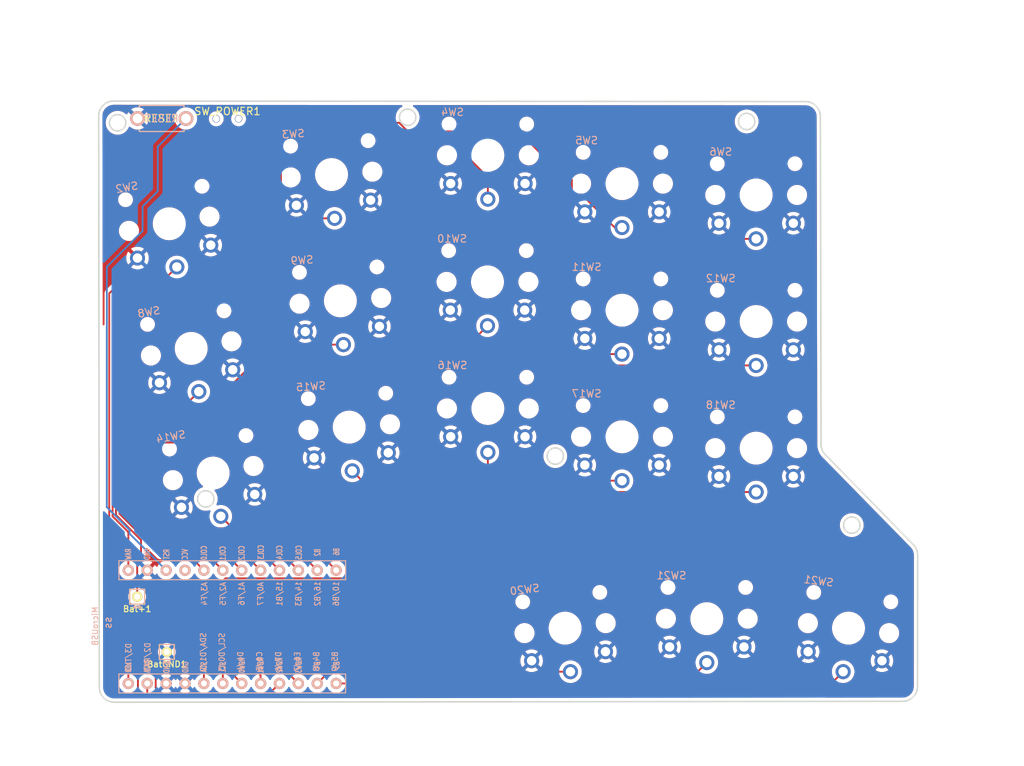
<source format=kicad_pcb>
(kicad_pcb (version 20210623) (generator pcbnew)
  (layers (0 "F.Cu" signal) (31 "B.Cu" signal) (34 "B.Paste" user) (35 "F.Paste" user) (36 "B.SilkS" user "B.Silkscreen") (37 "F.SilkS" user "F.Silkscreen") (38 "B.Mask" user) (39 "F.Mask" user) (44 "Edge.Cuts" user))
  (net 0 "")
  (net 1 "BT+")
  (net 2 "gnd")
  (net 3 "vcc")
  (net 4 "Switch18")
  (net 5 "reset")
  (net 6 "Switch1")
  (net 7 "Switch2")
  (net 8 "Switch3")
  (net 9 "Switch4")
  (net 10 "Switch5")
  (net 11 "Switch6")
  (net 12 "Switch7")
  (net 13 "Switch8")
  (net 14 "Switch9")
  (net 15 "Switch10")
  (net 16 "Switch11")
  (net 17 "Switch12")
  (net 18 "Switch13")
  (net 19 "Switch14")
  (net 20 "Switch15")
  (net 21 "Switch16")
  (net 22 "Switch17")
  (net 23 "Net-(SW_POWER1-Pad1)")
  (net 24 "raw")
  (footprint "kbd:1pin_conn" (layer "F.Cu") (at 19.91 84.74)
    (fp_text reference "Bat+1")
    (fp_text value "MountingHole_Pad" hide)
  )
  (footprint "kbd:1pin_conn" (layer "F.Cu") (at 23.89 92.17)
    (fp_text reference "BatGND1")
    (fp_text value "MountingHole_Pad" hide)
  )
  (footprint "Kailh:SW_PG1350_rev_DPB" (layer "F.Cu") (at 24.21571 34.603084 10)
    (fp_text reference "SW2" hide)
    (fp_text value "SW_Push" hide)
  )
  (footprint "Kailh:SW_PG1350_rev_DPB" (layer "F.Cu") (at 46.039769 27.99 4)
    (fp_text reference "SW3" hide)
    (fp_text value "SW_Push" hide)
  )
  (footprint "Kailh:SW_PG1350_rev_DPB" (layer "F.Cu") (at 67.056 25.4)
    (fp_text reference "SW4" hide)
    (fp_text value "SW_Push" hide)
  )
  (footprint "Kailh:SW_PG1350_rev_DPB" (layer "F.Cu") (at 85.09 29.21)
    (fp_text reference "SW5" hide)
    (fp_text value "SW_Push" hide)
  )
  (footprint "Kailh:SW_PG1350_rev_DPB" (layer "F.Cu") (at 103.124 30.734)
    (fp_text reference "SW6" hide)
    (fp_text value "SW_Push" hide)
  )
  (footprint "Kailh:SW_PG1350_rev_DPB" (layer "F.Cu") (at 27.170855 51.362542 10)
    (fp_text reference "SW8" hide)
    (fp_text value "SW_Push" hide)
  )
  (footprint "Kailh:SW_PG1350_rev_DPB" (layer "F.Cu") (at 47.226884 44.966546 4)
    (fp_text reference "SW9" hide)
    (fp_text value "SW_Push" hide)
  )
  (footprint "Kailh:SW_PG1350_rev_DPB" (layer "F.Cu") (at 67.006 42.418)
    (fp_text reference "SW10" hide)
    (fp_text value "SW_Push" hide)
  )
  (footprint "Kailh:SW_PG1350_rev_DPB" (layer "F.Cu") (at 85.09 46.228)
    (fp_text reference "SW11" hide)
    (fp_text value "SW_Push" hide)
  )
  (footprint "Kailh:SW_PG1350_rev_DPB" (layer "F.Cu") (at 103.124 47.752)
    (fp_text reference "SW12" hide)
    (fp_text value "SW_Push" hide)
  )
  (footprint "Kailh:SW_PG1350_rev_DPB" (layer "F.Cu") (at 30.126 68.122 10)
    (fp_text reference "SW14" hide)
    (fp_text value "SW_Push" hide)
  )
  (footprint "Kailh:SW_PG1350_rev_DPB" (layer "F.Cu") (at 48.414 61.943091 4)
    (fp_text reference "SW15" hide)
    (fp_text value "SW_Push" hide)
  )
  (footprint "Kailh:SW_PG1350_rev_DPB" (layer "F.Cu") (at 67.056 59.436)
    (fp_text reference "SW16" hide)
    (fp_text value "SW_Push" hide)
  )
  (footprint "Kailh:SW_PG1350_rev_DPB" (layer "F.Cu") (at 85.09 63.246)
    (fp_text reference "SW17" hide)
    (fp_text value "SW_Push" hide)
  )
  (footprint "Kailh:SW_PG1350_rev_DPB" (layer "F.Cu") (at 103.124 64.77)
    (fp_text reference "SW18" hide)
    (fp_text value "SW_Push" hide)
  )
  (footprint "Kailh:SW_PG1350_rev_DPB" (layer "F.Cu") (at 77.44 88.97 7)
    (fp_text reference "SW20" hide)
    (fp_text value "SW_Push" hide)
  )
  (footprint "Kailh:SW_PG1350_rev_DPB" (layer "F.Cu") (at 96.49 87.7)
    (fp_text reference "SW21" hide)
    (fp_text value "SW_Push" hide)
  )
  (footprint "Kailh:SPDT_C128955" (layer "F.Cu") (at 32.04 20.49)
    (fp_text reference "SW_POWER1")
    (fp_text value "SW_SPDT")
  )
  (footprint "Kailh:SW_PG1350_rev_DPB" (layer "F.Cu") (at 115.54 88.97 -7)
    (fp_text reference "SW21" hide)
    (fp_text value "SW_Push" hide)
  )
  (footprint "foostan:ResetSW" (layer "B.Cu") (at 23.21 20.45 180)
    (fp_text reference "RSW1" hide)
    (fp_text value "SW_Push")
  )
  (footprint "foostan:ProMicro_v2_1side" (layer "B.Cu") (at 33.2 88.75 -90)
    (fp_text reference "U1" hide)
    (fp_text value "ProMicro-kbd" hide)
  )
  (gr_circle (center 29.13 71.59) (end 30.23 71.59) (layer "Edge.Cuts") (width 0.2) (fill none))
  (gr_circle (center 76.12 65.84) (end 77.22 65.84) (layer "Edge.Cuts") (width 0.2) (fill none))
  (gr_circle (center 56.27 20.29) (end 57.37 20.29) (layer "Edge.Cuts") (width 0.2) (fill none))
  (gr_line (start 124.833709 79.147655) (end 124.82 96.81) (layer "Edge.Cuts") (width 0.2))
  (gr_arc (start 16.819309 96.927034) (end 14.820011 96.924822) (angle -90.0832) (layer "Edge.Cuts") (width 0.2))
  (gr_arc (start 122.82 96.81) (end 122.82 98.81) (angle -90) (layer "Edge.Cuts") (width 0.2))
  (gr_arc (start 109.76 20.176399) (end 111.76 20.176399) (angle -89.9563) (layer "Edge.Cuts") (width 0.2))
  (gr_circle (center 17.28 21.03) (end 18.38 21.03) (layer "Edge.Cuts") (width 0.2) (fill none))
  (gr_arc (start 16.7313 20.1087) (end 16.733512 18.109402) (angle -90.0832) (layer "Edge.Cuts") (width 0.2))
  (gr_line (start 124.175826 77.661351) (end 112.564174 65.798649) (layer "Edge.Cuts") (width 0.2))
  (gr_circle (center 101.847999 20.8539) (end 102.947999 20.8539) (layer "Edge.Cuts") (width 0.2) (fill none))
  (gr_line (start 111.847943 64.265047) (end 111.76 20.176399) (layer "Edge.Cuts") (width 0.2))
  (gr_arc (start 122.825821 79.147655) (end 124.833709 79.147655) (angle -47.75123564) (layer "Edge.Cuts") (width 0.2))
  (gr_line (start 109.761525 18.1764) (end 16.733512 18.109402) (layer "Edge.Cuts") (width 0.2))
  (gr_arc (start 113.847943 64.265047) (end 111.847943 64.265047) (angle -50.0675) (layer "Edge.Cuts") (width 0.2))
  (gr_circle (center 115.98 75.12) (end 117.08 75.12) (layer "Edge.Cuts") (width 0.2) (fill none))
  (gr_line (start 16.82 98.926333) (end 122.82 98.81) (layer "Edge.Cuts") (width 0.2))
  (gr_line (start 14.732 20.1094) (end 14.820011 96.924822) (layer "Edge.Cuts") (width 0.2))
  (segment (start 31.29 23.79452) (end 37.88548 30.39) (width 0.25) (layer "F.Cu") (net 1))
  (segment (start 31.955 43.23048) (end 18.15952 43.23048) (width 0.25) (layer "F.Cu") (net 1))
  (segment (start 20.43 77.125718) (end 20.43 78.97) (width 0.25) (layer "F.Cu") (net 1))
  (segment (start 17.06048 73.756198) (end 20.43 77.125718) (width 0.25) (layer "F.Cu") (net 1))
  (segment (start 18.15952 43.23048) (end 17.06048 44.32952) (width 0.25) (layer "F.Cu") (net 1))
  (segment (start 19.91 79.49) (end 19.91 84.74) (width 0.25) (layer "F.Cu") (net 1))
  (segment (start 20.43 78.97) (end 19.91 79.49) (width 0.25) (layer "F.Cu") (net 1))
  (segment (start 37.88548 37.3) (end 31.955 43.23048) (width 0.25) (layer "F.Cu") (net 1))
  (segment (start 31.29 22.565) (end 31.29 23.79452) (width 0.25) (layer "F.Cu") (net 1))
  (segment (start 17.06048 44.32952) (end 17.06048 73.756198) (width 0.25) (layer "F.Cu") (net 1))
  (segment (start 37.88548 30.39) (end 37.88548 37.3) (width 0.25) (layer "F.Cu") (net 1))
  (segment (start 21.262 97.942) (end 21.262 96.4064) (width 0.25) (layer "F.Cu") (net 4))
  (segment (start 111.836993 97.81) (end 47.93904 97.81) (width 0.25) (layer "F.Cu") (net 4))
  (segment (start 47.50952 98.23952) (end 21.55952 98.23952) (width 0.25) (layer "F.Cu") (net 4))
  (segment (start 114.820971 94.826022) (end 111.836993 97.81) (width 0.25) (layer "F.Cu") (net 4))
  (segment (start 47.93904 97.81) (end 47.50952 98.23952) (width 0.25) (layer "F.Cu") (net 4))
  (segment (start 21.55952 98.23952) (end 21.262 97.942) (width 0.25) (layer "F.Cu") (net 4))
  (segment (start 26.46 20.45) (end 22.684 24.226) (width 0.25) (layer "B.Cu") (net 5))
  (segment (start 22.684 30.226) (end 20.638666 32.271334) (width 0.25) (layer "B.Cu") (net 5))
  (segment (start 18.8756 76.26) (end 23.802 81.1864) (width 0.25) (layer "B.Cu") (net 5))
  (segment (start 18.8756 75.7456) (end 15.83 72.7) (width 0.25) (layer "B.Cu") (net 5))
  (segment (start 15.83 40.387332) (end 15.83 72.7) (width 0.25) (layer "B.Cu") (net 5))
  (segment (start 22.684 24.966) (end 22.684 30.226) (width 0.25) (layer "B.Cu") (net 5))
  (segment (start 20.638666 32.271334) (end 20.638666 35.578666) (width 0.25) (layer "B.Cu") (net 5))
  (segment (start 20.638666 35.578666) (end 15.83 40.387332) (width 0.25) (layer "B.Cu") (net 5))
  (segment (start 18.8756 76.26) (end 18.8756 75.7456) (width 0.25) (layer "B.Cu") (net 5))
  (segment (start 22.684 24.226) (end 22.684 24.966) (width 0.25) (layer "B.Cu") (net 5))
  (segment (start 22.399889 95.319889) (end 22.399889 96.959889) (width 0.25) (layer "F.Cu") (net 6))
  (segment (start 23.23 97.79) (end 37.6584 97.79) (width 0.25) (layer "F.Cu") (net 6))
  (segment (start 16.157621 95.378581) (end 17.08452 96.30548) (width 0.25) (layer "F.Cu") (net 6))
  (segment (start 22.399889 96.959889) (end 23.23 97.79) (width 0.25) (layer "F.Cu") (net 6))
  (segment (start 25.240234 40.41345) (end 23.322244 42.33144) (width 0.25) (layer "F.Cu") (net 6))
  (segment (start 20.01 95.42) (end 20.5 94.93) (width 0.25) (layer "F.Cu") (net 6))
  (segment (start 16.157621 43.960944) (end 16.157621 95.378581) (width 0.25) (layer "F.Cu") (net 6))
  (segment (start 23.322244 42.33144) (end 17.787124 42.33144) (width 0.25) (layer "F.Cu") (net 6))
  (segment (start 20.5 94.93) (end 22.01 94.93) (width 0.25) (layer "F.Cu") (net 6))
  (segment (start 19.59 98.05) (end 20.01 97.63) (width 0.25) (layer "F.Cu") (net 6))
  (segment (start 17.787124 42.33144) (end 16.157621 43.960944) (width 0.25) (layer "F.Cu") (net 6))
  (segment (start 17.97 98.05) (end 19.59 98.05) (width 0.25) (layer "F.Cu") (net 6))
  (segment (start 20.01 97.63) (end 20.01 95.42) (width 0.25) (layer "F.Cu") (net 6))
  (segment (start 17.08452 97.16452) (end 17.97 98.05) (width 0.25) (layer "F.Cu") (net 6))
  (segment (start 17.08452 96.30548) (end 17.08452 97.16452) (width 0.25) (layer "F.Cu") (net 6))
  (segment (start 37.6584 97.79) (end 39.042 96.4064) (width 0.25) (layer "F.Cu") (net 6))
  (segment (start 22.01 94.93) (end 22.399889 95.319889) (width 0.25) (layer "F.Cu") (net 6))
  (segment (start 32.730012 45.037139) (end 43.891523 33.875628) (width 0.25) (layer "F.Cu") (net 7))
  (segment (start 27.689595 77.87816) (end 27.475717 77.664283) (width 0.25) (layer "F.Cu") (net 7))
  (segment (start 36.502 81.1864) (end 33.19376 77.87816) (width 0.25) (layer "F.Cu") (net 7))
  (segment (start 43.891523 33.875628) (end 46.451332 33.875628) (width 0.25) (layer "F.Cu") (net 7))
  (segment (start 18.87856 73.027604) (end 18.87856 45.592396) (width 0.25) (layer "F.Cu") (net 7))
  (segment (start 27.420478 77.719522) (end 23.570478 77.719522) (width 0.25) (layer "F.Cu") (net 7))
  (segment (start 19.433817 45.037139) (end 32.730012 45.037139) (width 0.25) (layer "F.Cu") (net 7))
  (segment (start 33.19376 77.87816) (end 27.689595 77.87816) (width 0.25) (layer "F.Cu") (net 7))
  (segment (start 27.475717 77.664283) (end 27.420478 77.719522) (width 0.25) (layer "F.Cu") (net 7))
  (segment (start 18.87856 45.592396) (end 19.433817 45.037139) (width 0.25) (layer "F.Cu") (net 7))
  (segment (start 23.570478 77.719522) (end 18.87856 73.027604) (width 0.25) (layer "F.Cu") (net 7))
  (segment (start 39.234039 22.665961) (end 39.234039 37.897395) (width 0.25) (layer "F.Cu") (net 8))
  (segment (start 27.138518 78.171482) (end 27.294716 78.32768) (width 0.25) (layer "F.Cu") (net 8))
  (segment (start 39.95 21.95) (end 39.234039 22.665961) (width 0.25) (layer "F.Cu") (net 8))
  (segment (start 39.234039 37.897395) (end 32.543815 44.587619) (width 0.25) (layer "F.Cu") (net 8))
  (segment (start 54.6 21.95) (end 39.95 21.95) (width 0.25) (layer "F.Cu") (net 8))
  (segment (start 31.10328 78.32768) (end 33.962 81.1864) (width 0.25) (layer "F.Cu") (net 8))
  (segment (start 23.38672 78.171482) (end 27.138518 78.171482) (width 0.25) (layer "F.Cu") (net 8))
  (segment (start 18.42904 73.213802) (end 23.38672 78.171482) (width 0.25) (layer "F.Cu") (net 8))
  (segment (start 32.543815 44.587619) (end 19.247619 44.587619) (width 0.25) (layer "F.Cu") (net 8))
  (segment (start 67.056 31.3) (end 67.056 28.357452) (width 0.25) (layer "F.Cu") (net 8))
  (segment (start 27.294716 78.32768) (end 31.10328 78.32768) (width 0.25) (layer "F.Cu") (net 8))
  (segment (start 61.83 23.131452) (end 55.781452 23.131452) (width 0.25) (layer "F.Cu") (net 8))
  (segment (start 67.056 28.357452) (end 61.83 23.131452) (width 0.25) (layer "F.Cu") (net 8))
  (segment (start 55.781452 23.131452) (end 54.6 21.95) (width 0.25) (layer "F.Cu") (net 8))
  (segment (start 19.247619 44.587619) (end 18.42904 45.406198) (width 0.25) (layer "F.Cu") (net 8))
  (segment (start 18.42904 45.406198) (end 18.42904 73.213802) (width 0.25) (layer "F.Cu") (net 8))
  (segment (start 17.97952 73.4) (end 23.2022 78.62268) (width 0.25) (layer "F.Cu") (net 9))
  (segment (start 23.2022 78.62268) (end 26.953998 78.62268) (width 0.25) (layer "F.Cu") (net 9))
  (segment (start 84.109852 35.11) (end 80.134926 31.135074) (width 0.25) (layer "F.Cu") (net 9))
  (segment (start 77.784926 28.785074) (end 71.639372 22.63952) (width 0.25) (layer "F.Cu") (net 9))
  (segment (start 85.09 35.11) (end 84.109852 35.11) (width 0.25) (layer "F.Cu") (net 9))
  (segment (start 38.78452 21.53548) (end 38.78452 37.711197) (width 0.25) (layer "F.Cu") (net 9))
  (segment (start 32.366197 44.12952) (end 19.07 44.12952) (width 0.25) (layer "F.Cu") (net 9))
  (segment (start 77.75 28.82) (end 77.75 30.51) (width 0.25) (layer "F.Cu") (net 9))
  (segment (start 70.92 22.63952) (end 70.877588 22.681932) (width 0.25) (layer "F.Cu") (net 9))
  (segment (start 78.375074 31.135074) (end 80.134926 31.135074) (width 0.25) (layer "F.Cu") (net 9))
  (segment (start 29.0128 78.7772) (end 31.422 81.1864) (width 0.25) (layer "F.Cu") (net 9))
  (segment (start 77.784926 28.785074) (end 77.75 28.82) (width 0.25) (layer "F.Cu") (net 9))
  (segment (start 71.639372 22.63952) (end 70.92 22.63952) (width 0.25) (layer "F.Cu") (net 9))
  (segment (start 17.97952 45.26) (end 17.97952 73.4) (width 0.25) (layer "F.Cu") (net 9))
  (segment (start 17.95952 45.24) (end 17.97952 45.26) (width 0.25) (layer "F.Cu") (net 9))
  (segment (start 54.938979 21.47952) (end 38.84048 21.47952) (width 0.25) (layer "F.Cu") (net 9))
  (segment (start 38.84048 21.47952) (end 38.78452 21.53548) (width 0.25) (layer "F.Cu") (net 9))
  (segment (start 27.108518 78.7772) (end 29.0128 78.7772) (width 0.25) (layer "F.Cu") (net 9))
  (segment (start 19.07 44.12952) (end 17.95952 45.24) (width 0.25) (layer "F.Cu") (net 9))
  (segment (start 77.75 30.51) (end 78.375074 31.135074) (width 0.25) (layer "F.Cu") (net 9))
  (segment (start 37.847859 38.647859) (end 32.366197 44.12952) (width 0.25) (layer "F.Cu") (net 9))
  (segment (start 38.78452 37.711197) (end 37.847859 38.647859) (width 0.25) (layer "F.Cu") (net 9))
  (segment (start 26.953998 78.62268) (end 27.108518 78.7772) (width 0.25) (layer "F.Cu") (net 9))
  (segment (start 56.14139 22.681932) (end 54.938979 21.47952) (width 0.25) (layer "F.Cu") (net 9))
  (segment (start 37.847859 38.647859) (end 37.977859 38.517859) (width 0.25) (layer "F.Cu") (net 9))
  (segment (start 70.877588 22.681932) (end 56.14139 22.681932) (width 0.25) (layer "F.Cu") (net 9))
  (segment (start 38.56 21.03) (end 38.335 21.255) (width 0.25) (layer "F.Cu") (net 10))
  (segment (start 18.57 43.68) (end 17.51 44.74) (width 0.25) (layer "F.Cu") (net 10))
  (segment (start 17.51 66.29) (end 17.53 66.31) (width 0.25) (layer "F.Cu") (net 10))
  (segment (start 78.561272 30.685554) (end 78.347859 30.472141) (width 0.25) (layer "F.Cu") (net 10))
  (segment (start 55.125177 21.03) (end 38.56 21.03) (width 0.25) (layer "F.Cu") (net 10))
  (segment (start 17.53 73.59) (end 23.0122 79.0722) (width 0.25) (layer "F.Cu") (net 10))
  (segment (start 56.285176 22.19) (end 55.125177 21.03) (width 0.25) (layer "F.Cu") (net 10))
  (segment (start 38.335 21.255) (end 38.335 37.525) (width 0.25) (layer "F.Cu") (net 10))
  (segment (start 86.155 33.325) (end 82.96057 33.325) (width 0.25) (layer "F.Cu") (net 10))
  (segment (start 78.347859 30.472141) (end 78.347859 28.712289) (width 0.25) (layer "F.Cu") (net 10))
  (segment (start 17.53 66.31) (end 17.53 73.59) (width 0.25) (layer "F.Cu") (net 10))
  (segment (start 80.321124 30.685554) (end 78.561272 30.685554) (width 0.25) (layer "F.Cu") (net 10))
  (segment (start 71.82557 22.19) (end 56.285176 22.19) (width 0.25) (layer "F.Cu") (net 10))
  (segment (start 78.347859 28.712289) (end 71.82557 22.19) (width 0.25) (layer "F.Cu") (net 10))
  (segment (start 32.18 43.68) (end 18.57 43.68) (width 0.25) (layer "F.Cu") (net 10))
  (segment (start 17.51 44.74) (end 17.51 66.29) (width 0.25) (layer "F.Cu") (net 10))
  (segment (start 82.96057 33.325) (end 80.321124 30.685554) (width 0.25) (layer "F.Cu") (net 10))
  (segment (start 23.0122 79.0722) (end 26.7678 79.0722) (width 0.25) (layer "F.Cu") (net 10))
  (segment (start 26.7678 79.0722) (end 28.882 81.1864) (width 0.25) (layer "F.Cu") (net 10))
  (segment (start 38.335 37.525) (end 32.18 43.68) (width 0.25) (layer "F.Cu") (net 10))
  (segment (start 89.464 36.634) (end 86.155 33.325) (width 0.25) (layer "F.Cu") (net 10))
  (segment (start 103.124 36.634) (end 89.464 36.634) (width 0.25) (layer "F.Cu") (net 10))
  (segment (start 23.508287 61.86) (end 21.484283 61.86) (width 0.25) (layer "F.Cu") (net 11))
  (segment (start 35.28424 77.42864) (end 39.042 81.1864) (width 0.25) (layer "F.Cu") (net 11))
  (segment (start 23.623097 77.136423) (end 27.583577 77.136423) (width 0.25) (layer "F.Cu") (net 11))
  (segment (start 19.32808 64.29808) (end 19.32808 72.841406) (width 0.25) (layer "F.Cu") (net 11))
  (segment (start 28.195379 57.172908) (end 23.508287 61.86) (width 0.25) (layer "F.Cu") (net 11))
  (segment (start 19.32808 64.29808) (end 19.32808 64.001403) (width 0.25) (layer "F.Cu") (net 11))
  (segment (start 27.583577 77.136423) (end 27.875793 77.42864) (width 0.25) (layer "F.Cu") (net 11))
  (segment (start 27.875793 77.42864) (end 35.28424 77.42864) (width 0.25) (layer "F.Cu") (net 11))
  (segment (start 19.32808 72.841406) (end 23.623097 77.136423) (width 0.25) (layer "F.Cu") (net 11))
  (segment (start 21.484283 61.86) (end 19.596202 63.74808) (width 0.25) (layer "F.Cu") (net 11))
  (segment (start 19.32808 64.001403) (end 19.588803 63.74068) (width 0.25) (layer "F.Cu") (net 11))
  (segment (start 23.750956 76.628564) (end 27.711436 76.628564) (width 0.25) (layer "F.Cu") (net 12))
  (segment (start 26.217098 62.67) (end 21.31 62.67) (width 0.25) (layer "F.Cu") (net 12))
  (segment (start 27.972871 76.89) (end 37.2856 76.89) (width 0.25) (layer "F.Cu") (net 12))
  (segment (start 37.2856 76.89) (end 41.582 81.1864) (width 0.25) (layer "F.Cu") (net 12))
  (segment (start 19.7924 64.1876) (end 19.7776 64.1876) (width 0.25) (layer "F.Cu") (net 12))
  (segment (start 19.7776 72.655208) (end 23.750956 76.628564) (width 0.25) (layer "F.Cu") (net 12))
  (segment (start 45.782174 50.852174) (end 43.423868 53.21048) (width 0.25) (layer "F.Cu") (net 12))
  (segment (start 35.676618 53.21048) (end 26.217098 62.67) (width 0.25) (layer "F.Cu") (net 12))
  (segment (start 47.638447 50.852174) (end 45.782174 50.852174) (width 0.25) (layer "F.Cu") (net 12))
  (segment (start 21.31 62.67) (end 19.7924 64.1876) (width 0.25) (layer "F.Cu") (net 12))
  (segment (start 43.423868 53.21048) (end 35.676618 53.21048) (width 0.25) (layer "F.Cu") (net 12))
  (segment (start 19.7776 64.1876) (end 19.7776 72.655208) (width 0.25) (layer "F.Cu") (net 12))
  (segment (start 27.711436 76.628564) (end 27.972871 76.89) (width 0.25) (layer "F.Cu") (net 12))
  (segment (start 20.22712 64.41288) (end 20.22712 72.43712) (width 0.25) (layer "F.Cu") (net 13))
  (segment (start 51.23 51.45) (end 49.02 53.66) (width 0.25) (layer "F.Cu") (net 13))
  (segment (start 28.159069 76.44048) (end 39.37608 76.44048) (width 0.25) (layer "F.Cu") (net 13))
  (segment (start 49.02 53.66) (end 35.862816 53.66) (width 0.25) (layer "F.Cu") (net 13))
  (segment (start 26.403295 63.11952) (end 21.51952 63.11952) (width 0.25) (layer "F.Cu") (net 13))
  (segment (start 21.51952 63.11952) (end 21.51952 63.12048) (width 0.25) (layer "F.Cu") (net 13))
  (segment (start 63.874 51.45) (end 51.23 51.45) (width 0.25) (layer "F.Cu") (net 13))
  (segment (start 20.22712 72.43712) (end 23.969044 76.179044) (width 0.25) (layer "F.Cu") (net 13))
  (segment (start 39.37608 76.44048) (end 44.122 81.1864) (width 0.25) (layer "F.Cu") (net 13))
  (segment (start 27.897633 76.179044) (end 28.159069 76.44048) (width 0.25) (layer "F.Cu") (net 13))
  (segment (start 67.006 48.318) (end 63.874 51.45) (width 0.25) (layer "F.Cu") (net 13))
  (segment (start 35.862816 53.66) (end 26.403295 63.11952) (width 0.25) (layer "F.Cu") (net 13))
  (segment (start 21.51952 63.12048) (end 20.22712 64.41288) (width 0.25) (layer "F.Cu") (net 13))
  (segment (start 23.969044 76.179044) (end 27.897633 76.179044) (width 0.25) (layer "F.Cu") (net 13))
  (segment (start 28.5 75.99096) (end 41.46656 75.99096) (width 0.25) (layer "F.Cu") (net 14))
  (segment (start 21.79424 63.56904) (end 20.67664 64.68664) (width 0.25) (layer "F.Cu") (net 14))
  (segment (start 20.67664 72.22664) (end 24.179524 75.729524) (width 0.25) (layer "F.Cu") (net 14))
  (segment (start 20.67664 64.68664) (end 20.67664 72.22664) (width 0.25) (layer "F.Cu") (net 14))
  (segment (start 24.179524 75.729524) (end 28.238564 75.729524) (width 0.25) (layer "F.Cu") (net 14))
  (segment (start 49.206197 54.10952) (end 36.067762 54.10952) (width 0.25) (layer "F.Cu") (net 14))
  (segment (start 85.09 52.128) (end 51.187718 52.128) (width 0.25) (layer "F.Cu") (net 14))
  (segment (start 26.608242 63.56904) (end 21.79424 63.56904) (width 0.25) (layer "F.Cu") (net 14))
  (segment (start 41.46656 75.99096) (end 46.662 81.1864) (width 0.25) (layer "F.Cu") (net 14))
  (segment (start 36.067762 54.10952) (end 26.608242 63.56904) (width 0.25) (layer "F.Cu") (net 14))
  (segment (start 28.238564 75.729524) (end 28.5 75.99096) (width 0.25) (layer "F.Cu") (net 14))
  (segment (start 51.187718 52.128) (end 49.206197 54.10952) (width 0.25) (layer "F.Cu") (net 14))
  (segment (start 31.777859 82.272911) (end 28.405385 85.645385) (width 0.25) (layer "F.Cu") (net 15))
  (segment (start 19.26 93.79) (end 27.17 93.79) (width 0.25) (layer "F.Cu") (net 15))
  (segment (start 28.43248 92.55) (end 27.18124 93.80124) (width 0.25) (layer "F.Cu") (net 15))
  (segment (start 28.290385 85.760385) (end 28.43248 85.90248) (width 0.25) (layer "F.Cu") (net 15))
  (segment (start 26.878242 64.01856) (end 22.12144 64.01856) (width 0.25) (layer "F.Cu") (net 15))
  (segment (start 29.41 75.54144) (end 43.85856 75.54144) (width 0.25) (layer "F.Cu") (net 15))
  (segment (start 49.786233 82.272911) (end 31.777859 82.272911) (width 0.25) (layer "F.Cu") (net 15))
  (segment (start 18.722 96.4064) (end 18.722 94.328) (width 0.25) (layer "F.Cu") (net 15))
  (segment (start 51.44 52.57752) (end 49.45848 54.55904) (width 0.25) (layer "F.Cu") (net 15))
  (segment (start 18.722 94.328) (end 19.26 93.79) (width 0.25) (layer "F.Cu") (net 15))
  (segment (start 81.97752 52.57752) (end 51.44 52.57752) (width 0.25) (layer "F.Cu") (net 15))
  (segment (start 22.12144 64.01856) (end 21.12616 65.01384) (width 0.25) (layer "F.Cu") (net 15))
  (segment (start 49.457089 81.139969) (end 49.457089 81.147089) (width 0.25) (layer "F.Cu") (net 15))
  (segment (start 29.148564 75.280004) (end 29.41 75.54144) (width 0.25) (layer "F.Cu") (net 15))
  (segment (start 50.02 82.039144) (end 49.786233 82.272911) (width 0.25) (layer "F.Cu") (net 15))
  (segment (start 83.052 53.652) (end 81.97752 52.57752) (width 0.25) (layer "F.Cu") (net 15))
  (segment (start 49.45848 54.55904) (end 36.337762 54.55904) (width 0.25) (layer "F.Cu") (net 15))
  (segment (start 50.02 81.71) (end 50.02 82.039144) (width 0.25) (layer "F.Cu") (net 15))
  (segment (start 21.12616 65.01384) (end 21.12616 72.01) (width 0.25) (layer "F.Cu") (net 15))
  (segment (start 24.396164 75.280004) (end 29.148564 75.280004) (width 0.25) (layer "F.Cu") (net 15))
  (segment (start 27.17 93.79) (end 27.18124 93.80124) (width 0.25) (layer "F.Cu") (net 15))
  (segment (start 49.457089 81.147089) (end 50.02 81.71) (width 0.25) (layer "F.Cu") (net 15))
  (segment (start 21.12616 72.01) (end 24.396164 75.280004) (width 0.25) (layer "F.Cu") (net 15))
  (segment (start 28.490385 85.560385) (end 28.290385 85.760385) (width 0.25) (layer "F.Cu") (net 15))
  (segment (start 103.124 53.652) (end 83.052 53.652) (width 0.25) (layer "F.Cu") (net 15))
  (segment (start 28.43248 85.90248) (end 28.43248 92.55) (width 0.25) (layer "F.Cu") (net 15))
  (segment (start 36.337762 54.55904) (end 26.878242 64.01856) (width 0.25) (layer "F.Cu") (net 15))
  (segment (start 43.85856 75.54144) (end 49.457089 81.139969) (width 0.25) (layer "F.Cu") (net 15))
  (segment (start 44.30808 75.355243) (end 50.47 81.517163) (width 0.25) (layer "F.Cu") (net 16))
  (segment (start 44.044758 75.09192) (end 44.30808 75.355243) (width 0.25) (layer "F.Cu") (net 16))
  (segment (start 31.964057 82.722431) (end 28.882 85.804488) (width 0.25) (layer "F.Cu") (net 16))
  (segment (start 50.47 82.224862) (end 49.972431 82.722431) (width 0.25) (layer "F.Cu") (net 16))
  (segment (start 31.150524 73.932366) (end 32.310078 75.09192) (width 0.25) (layer "F.Cu") (net 16))
  (segment (start 32.310078 75.09192) (end 44.044758 75.09192) (width 0.25) (layer "F.Cu") (net 16))
  (segment (start 28.882 85.804488) (end 28.882 96.4064) (width 0.25) (layer "F.Cu") (net 16))
  (segment (start 49.972431 82.722431) (end 31.964057 82.722431) (width 0.25) (layer "F.Cu") (net 16))
  (segment (start 50.47 81.517163) (end 50.47 82.224862) (width 0.25) (layer "F.Cu") (net 16))
  (segment (start 31.422 94.982) (end 31.422 96.4064) (width 0.25) (layer "F.Cu") (net 17))
  (segment (start 29.33152 92.89152) (end 31.422 94.982) (width 0.25) (layer "F.Cu") (net 17))
  (segment (start 50.99 81.21) (end 50.99 82.41) (width 0.25) (layer "F.Cu") (net 17))
  (segment (start 31.962206 83.36) (end 29.33152 85.990686) (width 0.25) (layer "F.Cu") (net 17))
  (segment (start 50.11 80.33) (end 50.99 81.21) (width 0.25) (layer "F.Cu") (net 17))
  (segment (start 48.825563 67.828719) (end 50.11 69.113156) (width 0.25) (layer "F.Cu") (net 17))
  (segment (start 50.99 82.41) (end 50.04 83.36) (width 0.25) (layer "F.Cu") (net 17))
  (segment (start 50.04 83.36) (end 31.962206 83.36) (width 0.25) (layer "F.Cu") (net 17))
  (segment (start 50.11 69.113156) (end 50.11 80.33) (width 0.25) (layer "F.Cu") (net 17))
  (segment (start 29.33152 85.990686) (end 29.33152 92.89152) (width 0.25) (layer "F.Cu") (net 17))
  (segment (start 29.78104 92.68) (end 30.2356 92.68) (width 0.25) (layer "F.Cu") (net 18))
  (segment (start 67.056 67.14304) (end 50.38952 83.80952) (width 0.25) (layer "F.Cu") (net 18))
  (segment (start 29.78104 86.176884) (end 29.78104 92.68) (width 0.25) (layer "F.Cu") (net 18))
  (segment (start 30.2356 92.68) (end 33.962 96.4064) (width 0.25) (layer "F.Cu") (net 18))
  (segment (start 32.148404 83.80952) (end 29.78104 86.176884) (width 0.25) (layer "F.Cu") (net 18))
  (segment (start 50.38952 83.80952) (end 32.148404 83.80952) (width 0.25) (layer "F.Cu") (net 18))
  (segment (start 67.056 65.336) (end 67.056 67.14304) (width 0.25) (layer "F.Cu") (net 18))
  (segment (start 30.23056 92.02) (end 32.88056 94.67) (width 0.25) (layer "F.Cu") (net 19))
  (segment (start 32.88056 94.67) (end 35.86 94.67) (width 0.25) (layer "F.Cu") (net 19))
  (segment (start 36.502 95.312) (end 36.502 96.4064) (width 0.25) (layer "F.Cu") (net 19))
  (segment (start 65.86208 69.146) (end 50.74904 84.25904) (width 0.25) (layer "F.Cu") (net 19))
  (segment (start 30.23056 86.363082) (end 30.23056 92.02) (width 0.25) (layer "F.Cu") (net 19))
  (segment (start 35.86 94.67) (end 36.502 95.312) (width 0.25) (layer "F.Cu") (net 19))
  (segment (start 32.334602 84.25904) (end 30.23056 86.363082) (width 0.25) (layer "F.Cu") (net 19))
  (segment (start 85.09 69.146) (end 65.86208 69.146) (width 0.25) (layer "F.Cu") (net 19))
  (segment (start 50.74904 84.25904) (end 32.334602 84.25904) (width 0.25) (layer "F.Cu") (net 19))
  (segment (start 39.39608 94.22048) (end 41.582 96.4064) (width 0.25) (layer "F.Cu") (net 20))
  (segment (start 66.09 69.59552) (end 51.06144 84.62408) (width 0.25) (layer "F.Cu") (net 20))
  (segment (start 51.06144 84.70856) (end 32.5208 84.70856) (width 0.25) (layer "F.Cu") (net 20))
  (segment (start 80.21 70.59) (end 79.21552 69.59552) (width 0.25) (layer "F.Cu") (net 20))
  (segment (start 30.68008 91.833802) (end 33.066758 94.22048) (width 0.25) (layer "F.Cu") (net 20))
  (segment (start 51.06144 84.62408) (end 51.06144 84.70856) (width 0.25) (layer "F.Cu") (net 20))
  (segment (start 32.5208 84.70856) (end 30.68008 86.54928) (width 0.25) (layer "F.Cu") (net 20))
  (segment (start 80.21 70.67) (end 80.21 70.59) (width 0.25) (layer "F.Cu") (net 20))
  (segment (start 79.21552 69.59552) (end 66.09 69.59552) (width 0.25) (layer "F.Cu") (net 20))
  (segment (start 30.68008 86.54928) (end 30.68008 91.833802) (width 0.25) (layer "F.Cu") (net 20))
  (segment (start 33.066758 94.22048) (end 39.39608 94.22048) (width 0.25) (layer "F.Cu") (net 20))
  (segment (start 103.124 70.67) (end 80.21 70.67) (width 0.25) (layer "F.Cu") (net 20))
  (segment (start 75.533978 94.826022) (end 73.49 96.87) (width 0.25) (layer "F.Cu") (net 21))
  (segment (start 45.702378 94.826022) (end 44.122 96.4064) (width 0.25) (layer "F.Cu") (net 21))
  (segment (start 50.117956 96.87) (end 48.073978 94.826022) (width 0.25) (layer "F.Cu") (net 21))
  (segment (start 48.073978 94.826022) (end 45.702378 94.826022) (width 0.25) (layer "F.Cu") (net 21))
  (segment (start 73.49 96.87) (end 50.117956 96.87) (width 0.25) (layer "F.Cu") (net 21))
  (segment (start 78.159029 94.826022) (end 75.533978 94.826022) (width 0.25) (layer "F.Cu") (net 21))
  (segment (start 93.84 96.25) (end 92.71 96.25) (width 0.25) (layer "F.Cu") (net 22))
  (segment (start 91.63 97.33) (end 49.83 97.33) (width 0.25) (layer "F.Cu") (net 22))
  (segment (start 92.71 96.25) (end 91.63 97.33) (width 0.25) (layer "F.Cu") (net 22))
  (segment (start 48.9064 96.4064) (end 46.662 96.4064) (width 0.25) (layer "F.Cu") (net 22))
  (segment (start 96.49 93.6) (end 93.84 96.25) (width 0.25) (layer "F.Cu") (net 22))
  (segment (start 49.83 97.33) (end 48.9064 96.4064) (width 0.25) (layer "F.Cu") (net 22))
  (segment (start 16.874283 74.205718) (end 18.722 76.053435) (width 0.25) (layer "F.Cu") (net 24))
  (segment (start 31.725 42.78096) (end 17.973322 42.78096) (width 0.25) (layer "F.Cu") (net 24))
  (segment (start 16.607141 73.938577) (end 16.874283 74.205718) (width 0.25) (layer "F.Cu") (net 24))
  (segment (start 37.43596 30.576198) (end 37.43596 37.07) (width 0.25) (layer "F.Cu") (net 24))
  (segment (start 29.79 22.565) (end 29.79 22.930238) (width 0.25) (layer "F.Cu") (net 24))
  (segment (start 16.607141 44.147141) (end 16.607141 73.938577) (width 0.25) (layer "F.Cu") (net 24))
  (segment (start 37.43596 37.07) (end 31.725 42.78096) (width 0.25) (layer "F.Cu") (net 24))
  (segment (start 17.973322 42.78096) (end 16.607141 44.147141) (width 0.25) (layer "F.Cu") (net 24))
  (segment (start 18.722 76.053435) (end 18.722 81.1864) (width 0.25) (layer "F.Cu") (net 24))
  (segment (start 29.79 22.930238) (end 37.43596 30.576198) (width 0.25) (layer "F.Cu") (net 24))
  (zone (net 2) (net_name "gnd") (layer "F.Cu") (connect_pads (clearance 0.508)) (min_thickness 0.254) (fill yes (thermal_gap 0.508) (thermal_bridge_width 0.508))
    (polygon (pts (xy 121.92 14.986) (xy 133.096 100.838) (xy 1.46686 103.026466) (xy 11.19686 13.256466)))
  )
  (zone (net 2) (net_name "gnd") (layer "B.Cu") (connect_pads (clearance 0.508)) (min_thickness 0.254) (fill yes (thermal_gap 0.508) (thermal_bridge_width 0.508))
    (polygon (pts (xy 133.04201 14.678083) (xy 139.14288 106.453744) (xy 111.51087 107.523661) (xy 5.33 106.17) (xy 6.76 11.92)))
  )
)
</source>
